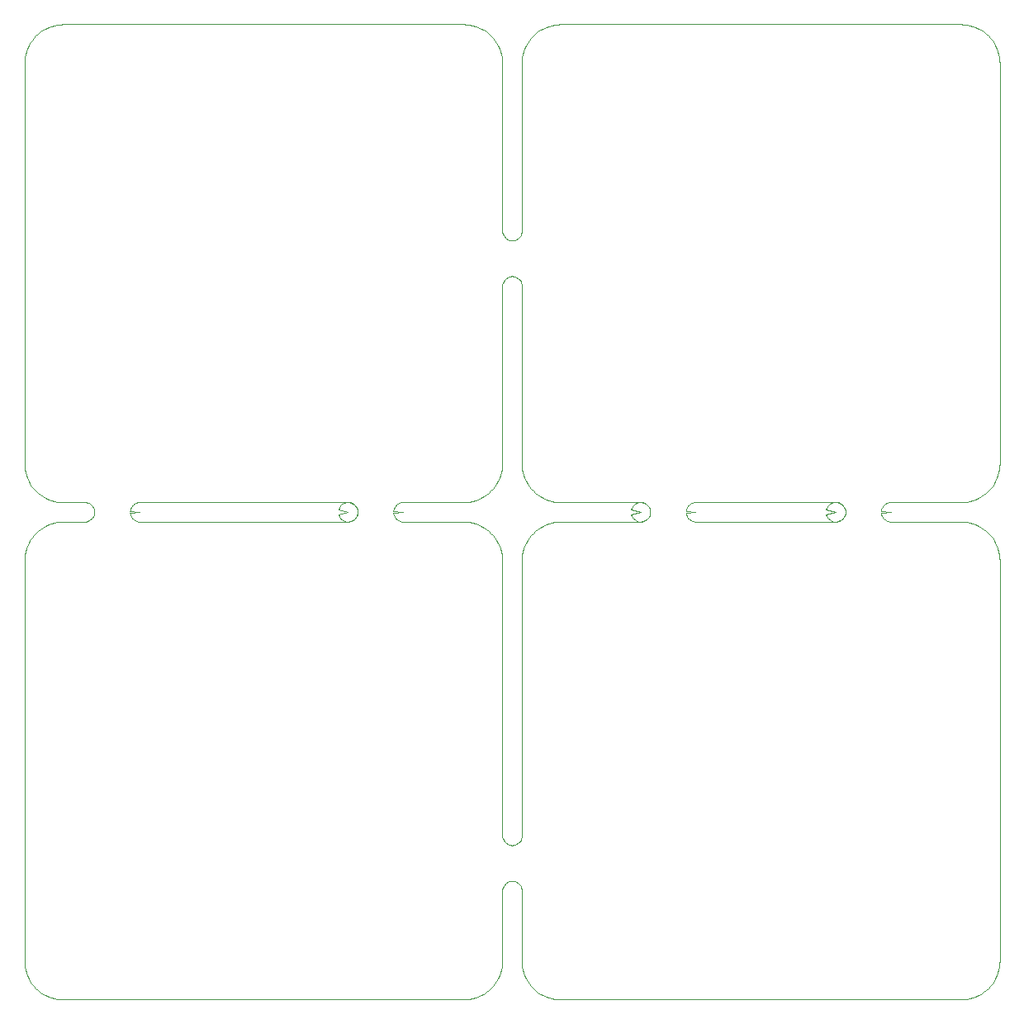
<source format=gko>
%MOIN*%
%OFA0B0*%
%FSLAX36Y36*%
%IPPOS*%
%LPD*%
%ADD10C,0*%
D10*
X001929133Y001771653D02*
X001929133Y001771653D01*
X001928648Y001784009D01*
X001927194Y001796288D01*
X001924782Y001808416D01*
X001921425Y001820317D01*
X001917146Y001831918D01*
X001911969Y001843148D01*
X001905927Y001853937D01*
X001899057Y001864218D01*
X001891402Y001873929D01*
X001883008Y001883009D01*
X001873928Y001891402D01*
X001864218Y001899057D01*
X001853936Y001905927D01*
X001843148Y001911969D01*
X001831918Y001917146D01*
X001820317Y001921426D01*
X001808416Y001924782D01*
X001796288Y001927195D01*
X001784009Y001928648D01*
X001771653Y001929133D01*
X001528678Y001929133D01*
X001525589Y001929255D01*
X001522519Y001929618D01*
X001519487Y001930221D01*
X001516512Y001931060D01*
X001513611Y001932130D01*
X001510804Y001933424D01*
X001508107Y001934935D01*
X001505537Y001936652D01*
X001503109Y001938566D01*
X001500839Y001940665D01*
X001498740Y001942935D01*
X001496827Y001945362D01*
X001495109Y001947933D01*
X001493599Y001950630D01*
X001492305Y001953437D01*
X001491235Y001956337D01*
X001490395Y001959313D01*
X001489792Y001962345D01*
X001489429Y001965414D01*
X001528678Y001968503D01*
X001489429Y001971592D01*
X001489792Y001974662D01*
X001490395Y001977694D01*
X001491235Y001980669D01*
X001492305Y001983570D01*
X001493599Y001986377D01*
X001495109Y001989074D01*
X001496827Y001991645D01*
X001498740Y001994072D01*
X001500839Y001996342D01*
X001503109Y001998441D01*
X001505537Y002000354D01*
X001508107Y002002072D01*
X001510804Y002003582D01*
X001513611Y002004877D01*
X001516512Y002005947D01*
X001519487Y002006786D01*
X001522519Y002007389D01*
X001525589Y002007752D01*
X001528678Y002007874D01*
X001771653Y002007874D01*
X001784009Y002008359D01*
X001796288Y002009813D01*
X001808416Y002012225D01*
X001820317Y002015581D01*
X001831918Y002019861D01*
X001843148Y002025038D01*
X001853936Y002031080D01*
X001864218Y002037950D01*
X001873928Y002045605D01*
X001883008Y002053999D01*
X001891402Y002063079D01*
X001899057Y002072789D01*
X001905927Y002083071D01*
X001911969Y002093859D01*
X001917146Y002105089D01*
X001921425Y002116690D01*
X001924782Y002128591D01*
X001927194Y002140719D01*
X001928648Y002152998D01*
X001929133Y002165354D01*
X001929133Y002880770D01*
X001929618Y002886929D01*
X001931060Y002892936D01*
X001933424Y002898644D01*
X001936652Y002903911D01*
X001940665Y002908609D01*
X001945362Y002912621D01*
X001950630Y002915849D01*
X001956337Y002918213D01*
X001962345Y002919655D01*
X001968503Y002920140D01*
X001974662Y002919655D01*
X001980669Y002918213D01*
X001986377Y002915849D01*
X001991645Y002912621D01*
X001996342Y002908609D01*
X002000354Y002903911D01*
X002003582Y002898644D01*
X002005947Y002892936D01*
X002007389Y002886929D01*
X002007874Y002880770D01*
X002007874Y002880770D01*
X002007874Y002165354D01*
X002008281Y002152973D01*
X002009668Y002140663D01*
X002012024Y002128501D01*
X002015335Y002116564D01*
X002019579Y002104926D01*
X002024732Y002093661D01*
X002030760Y002082838D01*
X002037625Y002072526D01*
X002045285Y002062790D01*
X002053690Y002053691D01*
X002062790Y002045285D01*
X002072526Y002037625D01*
X002082838Y002030760D01*
X002093660Y002024732D01*
X002104925Y002019580D01*
X002116563Y002015335D01*
X002128501Y002012024D01*
X002140662Y002009668D01*
X002152972Y002008282D01*
X002165354Y002007874D01*
X002487069Y002007874D01*
X002496260Y002006786D01*
X002504943Y002003582D01*
X002512638Y001998441D01*
X002518920Y001991645D01*
X002523443Y001983570D01*
X002525955Y001974662D01*
X002526318Y001965414D01*
X002524512Y001956337D01*
X002520638Y001947933D01*
X002514908Y001940665D01*
X002507640Y001934935D01*
X002499235Y001931060D01*
X002490158Y001929255D01*
X002480910Y001929618D01*
X002472003Y001932130D01*
X002463928Y001936652D01*
X002457132Y001942935D01*
X002451990Y001950630D01*
X002448787Y001959313D01*
X002487069Y001968503D01*
X002448787Y001977694D01*
X002451990Y001986377D01*
X002457132Y001994072D01*
X002463928Y002000354D01*
X002472003Y002004877D01*
X002480910Y002007389D01*
X002490158Y002007752D01*
X002499235Y002005947D01*
X002507640Y002002072D01*
X002514908Y001996342D01*
X002520638Y001989074D01*
X002524512Y001980669D01*
X002526318Y001971592D01*
X002525955Y001962345D01*
X002523443Y001953437D01*
X002518920Y001945362D01*
X002512638Y001938566D01*
X002504943Y001933424D01*
X002496260Y001930221D01*
X002487069Y001929133D01*
X002165354Y001929133D01*
X002152998Y001928648D01*
X002140718Y001927195D01*
X002128590Y001924782D01*
X002116690Y001921426D01*
X002105088Y001917146D01*
X002093859Y001911969D01*
X002083070Y001905927D01*
X002072789Y001899057D01*
X002063078Y001891402D01*
X002053998Y001883009D01*
X002045605Y001873929D01*
X002037950Y001864218D01*
X002031079Y001853937D01*
X002025038Y001843148D01*
X002019861Y001831918D01*
X002015581Y001820317D01*
X002012225Y001808416D01*
X002009812Y001796288D01*
X002008359Y001784009D01*
X002007874Y001771653D01*
X002007874Y000662536D01*
X002007389Y000656377D01*
X002005947Y000650370D01*
X002003582Y000644662D01*
X002000354Y000639395D01*
X001996342Y000634697D01*
X001991645Y000630685D01*
X001986377Y000627457D01*
X001980669Y000625093D01*
X001974662Y000623651D01*
X001968503Y000623166D01*
X001962345Y000623651D01*
X001956337Y000625093D01*
X001950630Y000627457D01*
X001945362Y000630685D01*
X001940665Y000634697D01*
X001936652Y000639395D01*
X001933424Y000644662D01*
X001931060Y000650370D01*
X001929618Y000656377D01*
X001929133Y000662536D01*
X001929133Y000662536D01*
X001929133Y001771653D01*
X003274471Y002007874D02*
X003274471Y002007874D01*
X003283662Y002006786D01*
X003292345Y002003582D01*
X003300040Y001998441D01*
X003306322Y001991645D01*
X003310844Y001983570D01*
X003313356Y001974662D01*
X003313720Y001965414D01*
X003311914Y001956337D01*
X003308039Y001947933D01*
X003302310Y001940665D01*
X003295042Y001934935D01*
X003286637Y001931060D01*
X003277560Y001929255D01*
X003268312Y001929618D01*
X003259405Y001932130D01*
X003251330Y001936652D01*
X003244534Y001942935D01*
X003239392Y001950630D01*
X003236189Y001959313D01*
X003274471Y001968503D01*
X003236189Y001977694D01*
X003239392Y001986377D01*
X003244534Y001994072D01*
X003251330Y002000354D01*
X003259405Y002004877D01*
X003268312Y002007389D01*
X003277560Y002007752D01*
X003286637Y002005947D01*
X003295042Y002002072D01*
X003302310Y001996342D01*
X003308039Y001989074D01*
X003311914Y001980669D01*
X003313720Y001971592D01*
X003313356Y001962345D01*
X003310844Y001953437D01*
X003306322Y001945362D01*
X003300040Y001938566D01*
X003292345Y001933424D01*
X003283662Y001930221D01*
X003274471Y001929133D01*
X002709780Y001929133D01*
X002706691Y001929255D01*
X002703621Y001929618D01*
X002700589Y001930221D01*
X002697614Y001931060D01*
X002694714Y001932130D01*
X002691906Y001933424D01*
X002689209Y001934935D01*
X002686639Y001936652D01*
X002684211Y001938566D01*
X002681941Y001940665D01*
X002679843Y001942935D01*
X002677929Y001945362D01*
X002676212Y001947933D01*
X002674701Y001950630D01*
X002673407Y001953437D01*
X002672337Y001956337D01*
X002671498Y001959313D01*
X002670895Y001962345D01*
X002670531Y001965414D01*
X002709780Y001968503D01*
X002670531Y001971592D01*
X002670895Y001974662D01*
X002671498Y001977694D01*
X002672337Y001980669D01*
X002673407Y001983570D01*
X002674701Y001986377D01*
X002676212Y001989074D01*
X002677929Y001991645D01*
X002679843Y001994072D01*
X002681941Y001996342D01*
X002684211Y001998441D01*
X002686639Y002000354D01*
X002689209Y002002072D01*
X002691906Y002003582D01*
X002694714Y002004877D01*
X002697614Y002005947D01*
X002700589Y002006786D01*
X002703621Y002007389D01*
X002706691Y002007752D01*
X002709780Y002007874D01*
X003274471Y002007874D01*
X000465686Y001929133D02*
X000465686Y001929133D01*
X000462597Y001929255D01*
X000459527Y001929618D01*
X000456495Y001930221D01*
X000453520Y001931060D01*
X000450619Y001932130D01*
X000447812Y001933424D01*
X000445115Y001934935D01*
X000442544Y001936652D01*
X000440117Y001938566D01*
X000437847Y001940665D01*
X000435748Y001942935D01*
X000433835Y001945362D01*
X000432117Y001947933D01*
X000430607Y001950630D01*
X000429312Y001953437D01*
X000428242Y001956337D01*
X000427403Y001959313D01*
X000426800Y001962345D01*
X000426437Y001965414D01*
X000465686Y001968503D01*
X000426437Y001971592D01*
X000426800Y001974662D01*
X000427403Y001977694D01*
X000428242Y001980669D01*
X000429312Y001983570D01*
X000430607Y001986377D01*
X000432117Y001989074D01*
X000433835Y001991645D01*
X000435748Y001994072D01*
X000437847Y001996342D01*
X000440117Y001998441D01*
X000442544Y002000354D01*
X000445115Y002002072D01*
X000447812Y002003582D01*
X000450619Y002004877D01*
X000453520Y002005947D01*
X000456495Y002006786D01*
X000459527Y002007389D01*
X000462597Y002007752D01*
X000465686Y002007874D01*
X001305967Y002007874D01*
X001315158Y002006786D01*
X001323841Y002003582D01*
X001331536Y001998441D01*
X001337818Y001991645D01*
X001342340Y001983570D01*
X001344852Y001974662D01*
X001345216Y001965414D01*
X001343410Y001956337D01*
X001339535Y001947933D01*
X001333806Y001940665D01*
X001326538Y001934935D01*
X001318133Y001931060D01*
X001309056Y001929255D01*
X001299808Y001929618D01*
X001290901Y001932130D01*
X001282826Y001936652D01*
X001276030Y001942935D01*
X001270888Y001950630D01*
X001267685Y001959313D01*
X001305967Y001968503D01*
X001267685Y001977694D01*
X001270888Y001986377D01*
X001276030Y001994072D01*
X001282826Y002000354D01*
X001290901Y002004877D01*
X001299808Y002007389D01*
X001309056Y002007752D01*
X001318133Y002005947D01*
X001326538Y002002072D01*
X001333806Y001996342D01*
X001339535Y001989074D01*
X001343410Y001980669D01*
X001345216Y001971592D01*
X001344852Y001962345D01*
X001342340Y001953437D01*
X001337818Y001945362D01*
X001331536Y001938566D01*
X001323841Y001933424D01*
X001315158Y001930221D01*
X001305967Y001929133D01*
X000465686Y001929133D01*
X000242975Y002007874D02*
X000242975Y002007874D01*
X000249134Y002007389D01*
X000255141Y002005947D01*
X000260848Y002003582D01*
X000266116Y002000354D01*
X000270814Y001996342D01*
X000274826Y001991645D01*
X000278054Y001986377D01*
X000280418Y001980669D01*
X000281860Y001974662D01*
X000282345Y001968503D01*
X000281860Y001962345D01*
X000280418Y001956337D01*
X000278054Y001950630D01*
X000274826Y001945362D01*
X000270814Y001940665D01*
X000266116Y001936652D01*
X000260848Y001933424D01*
X000255141Y001931060D01*
X000249134Y001929618D01*
X000242975Y001929133D01*
X000242975Y001929133D01*
X000157480Y001929133D01*
X000145124Y001928648D01*
X000132844Y001927195D01*
X000120716Y001924782D01*
X000108816Y001921426D01*
X000097214Y001917146D01*
X000085985Y001911969D01*
X000075196Y001905927D01*
X000064915Y001899057D01*
X000055204Y001891402D01*
X000046124Y001883009D01*
X000037731Y001873929D01*
X000030075Y001864218D01*
X000023205Y001853937D01*
X000017164Y001843148D01*
X000011987Y001831918D01*
X000007707Y001820317D01*
X000004351Y001808416D01*
X000001938Y001796288D01*
X000000485Y001784009D01*
X000000000Y001771653D01*
X000000000Y000157480D01*
X000000407Y000145099D01*
X000001794Y000132789D01*
X000004150Y000120627D01*
X000007461Y000108690D01*
X000011705Y000097052D01*
X000016858Y000085786D01*
X000022886Y000074964D01*
X000029751Y000064652D01*
X000037411Y000054916D01*
X000045816Y000045817D01*
X000054916Y000037411D01*
X000064652Y000029751D01*
X000074964Y000022886D01*
X000085786Y000016858D01*
X000097051Y000011706D01*
X000108689Y000007461D01*
X000120627Y000004150D01*
X000132788Y000001794D01*
X000145098Y000000408D01*
X000157480Y000000000D01*
X001771653Y000000000D01*
X001784009Y000000485D01*
X001796288Y000001939D01*
X001808416Y000004351D01*
X001820317Y000007707D01*
X001831918Y000011987D01*
X001843148Y000017164D01*
X001853936Y000023206D01*
X001864218Y000030076D01*
X001873928Y000037731D01*
X001883008Y000046125D01*
X001891402Y000055205D01*
X001899057Y000064915D01*
X001905927Y000075197D01*
X001911969Y000085985D01*
X001917146Y000097215D01*
X001921425Y000108816D01*
X001924782Y000120717D01*
X001927194Y000132845D01*
X001928648Y000145124D01*
X001929133Y000157480D01*
X001929133Y000439825D01*
X001929133Y000439825D01*
X001929618Y000445984D01*
X001931060Y000451991D01*
X001933424Y000457699D01*
X001936652Y000462966D01*
X001940665Y000467664D01*
X001945362Y000471676D01*
X001950630Y000474904D01*
X001956337Y000477268D01*
X001962345Y000478711D01*
X001968503Y000479195D01*
X001974662Y000478711D01*
X001980669Y000477268D01*
X001986377Y000474904D01*
X001991645Y000471676D01*
X001996342Y000467664D01*
X002000354Y000462966D01*
X002003582Y000457699D01*
X002005947Y000451991D01*
X002007389Y000445984D01*
X002007874Y000439825D01*
X002007874Y000157480D01*
X002008281Y000145099D01*
X002009668Y000132789D01*
X002012024Y000120627D01*
X002015335Y000108690D01*
X002019579Y000097052D01*
X002024732Y000085786D01*
X002030760Y000074964D01*
X002037625Y000064652D01*
X002045285Y000054916D01*
X002053690Y000045817D01*
X002062790Y000037411D01*
X002072526Y000029751D01*
X002082838Y000022886D01*
X002093660Y000016858D01*
X002104925Y000011706D01*
X002116563Y000007461D01*
X002128501Y000004150D01*
X002140662Y000001794D01*
X002152972Y000000408D01*
X002165354Y000000000D01*
X003779527Y000000000D01*
X003791883Y000000485D01*
X003804162Y000001939D01*
X003816290Y000004351D01*
X003828191Y000007707D01*
X003839792Y000011987D01*
X003851022Y000017164D01*
X003861810Y000023206D01*
X003872092Y000030076D01*
X003881802Y000037731D01*
X003890882Y000046125D01*
X003899276Y000055205D01*
X003906931Y000064915D01*
X003913801Y000075197D01*
X003919843Y000085985D01*
X003925020Y000097215D01*
X003929299Y000108816D01*
X003932656Y000120717D01*
X003935068Y000132845D01*
X003936522Y000145124D01*
X003937007Y000157480D01*
X003937007Y001771653D01*
X003936522Y001784009D01*
X003935068Y001796288D01*
X003932656Y001808416D01*
X003929299Y001820317D01*
X003925020Y001831918D01*
X003919843Y001843148D01*
X003913801Y001853937D01*
X003906931Y001864218D01*
X003899276Y001873929D01*
X003890882Y001883009D01*
X003881802Y001891402D01*
X003872092Y001899057D01*
X003861810Y001905927D01*
X003851022Y001911969D01*
X003839792Y001917146D01*
X003828191Y001921426D01*
X003816290Y001924782D01*
X003804162Y001927195D01*
X003791883Y001928648D01*
X003779527Y001929133D01*
X003497182Y001929133D01*
X003494093Y001929255D01*
X003491023Y001929618D01*
X003487991Y001930221D01*
X003485016Y001931060D01*
X003482115Y001932130D01*
X003479308Y001933424D01*
X003476611Y001934935D01*
X003474041Y001936652D01*
X003471613Y001938566D01*
X003469343Y001940665D01*
X003467244Y001942935D01*
X003465331Y001945362D01*
X003463613Y001947933D01*
X003462103Y001950630D01*
X003460808Y001953437D01*
X003459739Y001956337D01*
X003458899Y001959313D01*
X003458296Y001962345D01*
X003457933Y001965414D01*
X003497182Y001968503D01*
X003457933Y001971592D01*
X003458296Y001974662D01*
X003458899Y001977694D01*
X003459739Y001980669D01*
X003460808Y001983570D01*
X003462103Y001986377D01*
X003463613Y001989074D01*
X003465331Y001991645D01*
X003467244Y001994072D01*
X003469343Y001996342D01*
X003471613Y001998441D01*
X003474041Y002000354D01*
X003476611Y002002072D01*
X003479308Y002003582D01*
X003482115Y002004877D01*
X003485016Y002005947D01*
X003487991Y002006786D01*
X003491023Y002007389D01*
X003494093Y002007752D01*
X003497182Y002007874D01*
X003779527Y002007874D01*
X003791883Y002008359D01*
X003804162Y002009813D01*
X003816290Y002012225D01*
X003828191Y002015581D01*
X003839792Y002019861D01*
X003851022Y002025038D01*
X003861810Y002031080D01*
X003872092Y002037950D01*
X003881802Y002045605D01*
X003890882Y002053999D01*
X003899276Y002063079D01*
X003906931Y002072789D01*
X003913801Y002083071D01*
X003919843Y002093859D01*
X003925020Y002105089D01*
X003929299Y002116690D01*
X003932656Y002128591D01*
X003935068Y002140719D01*
X003936522Y002152998D01*
X003937007Y002165354D01*
X003937007Y003779527D01*
X003936522Y003791883D01*
X003935068Y003804162D01*
X003932656Y003816290D01*
X003929299Y003828191D01*
X003925020Y003839792D01*
X003919843Y003851022D01*
X003913801Y003861811D01*
X003906931Y003872092D01*
X003899276Y003881803D01*
X003890882Y003890883D01*
X003881802Y003899276D01*
X003872092Y003906931D01*
X003861810Y003913801D01*
X003851022Y003919843D01*
X003839792Y003925020D01*
X003828191Y003929300D01*
X003816290Y003932656D01*
X003804162Y003935069D01*
X003791883Y003936522D01*
X003779527Y003937007D01*
X002165354Y003937007D01*
X002152998Y003936522D01*
X002140718Y003935069D01*
X002128590Y003932656D01*
X002116690Y003929300D01*
X002105088Y003925020D01*
X002093859Y003919843D01*
X002083070Y003913801D01*
X002072789Y003906931D01*
X002063078Y003899276D01*
X002053998Y003890883D01*
X002045605Y003881803D01*
X002037950Y003872092D01*
X002031079Y003861811D01*
X002025038Y003851022D01*
X002019861Y003839792D01*
X002015581Y003828191D01*
X002012225Y003816290D01*
X002009812Y003804162D01*
X002008359Y003791883D01*
X002007874Y003779527D01*
X002007874Y003103481D01*
X002007874Y003103481D01*
X002007389Y003097322D01*
X002005947Y003091315D01*
X002003582Y003085607D01*
X002000354Y003080340D01*
X001996342Y003075642D01*
X001991645Y003071630D01*
X001986377Y003068402D01*
X001980669Y003066038D01*
X001974662Y003064596D01*
X001968503Y003064111D01*
X001962345Y003064596D01*
X001956337Y003066038D01*
X001950630Y003068402D01*
X001945362Y003071630D01*
X001940665Y003075642D01*
X001936652Y003080340D01*
X001933424Y003085607D01*
X001931060Y003091315D01*
X001929618Y003097322D01*
X001929133Y003103481D01*
X001929133Y003779527D01*
X001928648Y003791883D01*
X001927194Y003804162D01*
X001924782Y003816290D01*
X001921425Y003828191D01*
X001917146Y003839792D01*
X001911969Y003851022D01*
X001905927Y003861811D01*
X001899057Y003872092D01*
X001891402Y003881803D01*
X001883008Y003890883D01*
X001873928Y003899276D01*
X001864218Y003906931D01*
X001853936Y003913801D01*
X001843148Y003919843D01*
X001831918Y003925020D01*
X001820317Y003929300D01*
X001808416Y003932656D01*
X001796288Y003935069D01*
X001784009Y003936522D01*
X001771653Y003937007D01*
X000157480Y003937007D01*
X000145124Y003936522D01*
X000132844Y003935069D01*
X000120716Y003932656D01*
X000108816Y003929300D01*
X000097214Y003925020D01*
X000085985Y003919843D01*
X000075196Y003913801D01*
X000064915Y003906931D01*
X000055204Y003899276D01*
X000046124Y003890883D01*
X000037731Y003881803D01*
X000030075Y003872092D01*
X000023205Y003861811D01*
X000017164Y003851022D01*
X000011987Y003839792D01*
X000007707Y003828191D01*
X000004351Y003816290D01*
X000001938Y003804162D01*
X000000485Y003791883D01*
X000000000Y003779527D01*
X000000000Y002165354D01*
X000000407Y002152973D01*
X000001794Y002140663D01*
X000004150Y002128501D01*
X000007461Y002116564D01*
X000011705Y002104926D01*
X000016858Y002093661D01*
X000022886Y002082838D01*
X000029751Y002072526D01*
X000037411Y002062790D01*
X000045816Y002053691D01*
X000054916Y002045285D01*
X000064652Y002037625D01*
X000074964Y002030760D01*
X000085786Y002024732D01*
X000097051Y002019580D01*
X000108689Y002015335D01*
X000120627Y002012024D01*
X000132788Y002009668D01*
X000145098Y002008282D01*
X000157480Y002007874D01*
X000242975Y002007874D01*
M02*
</source>
